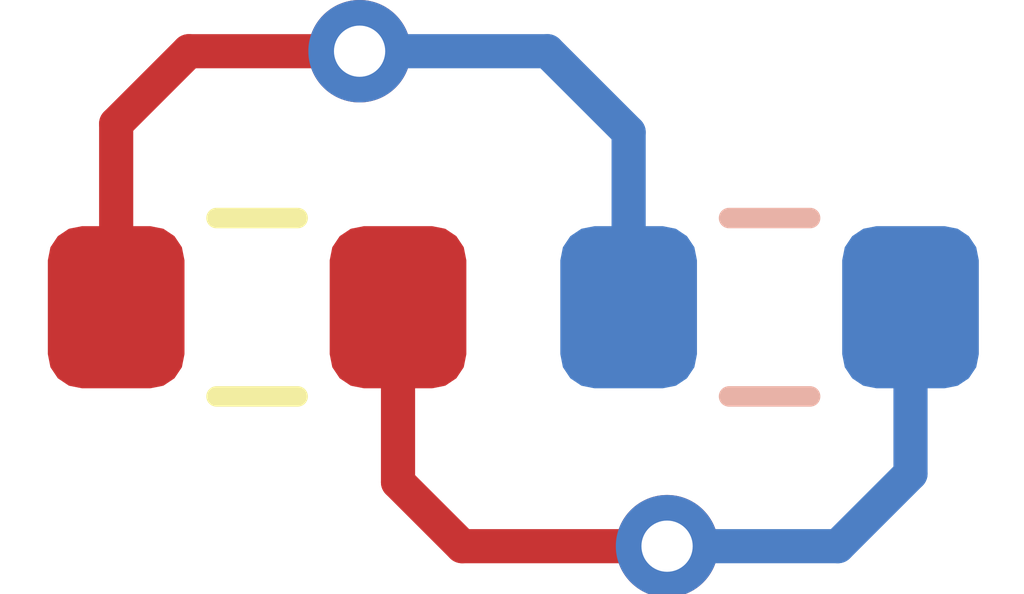
<source format=kicad_pcb>
(kicad_pcb (version 20241229) (generator "pcbnew") (generator_version "9.0")
  (layers (0 "F.Cu" signal) (2 "B.Cu" signal) (13 "F.Paste" user) (15 "B.Paste" user) (5 "F.SilkS" user "F.Silkscreen") (7 "B.SilkS" user "B.Silkscreen") (1 "F.Mask" user) (3 "B.Mask" user) (25 "Edge.Cuts" user))
  (net 0 "")
  (net 1 "P1")
  (net 2 "P2")
  (footprint "R_0603_1608Metric:R_0603_1608Metric" (layer "F.Cu") (at 147 104)
    (property "Reference" "R1" (hide yes))
    (property "Value" "1k" (hide yes))
    (fp_line (start -0.237258 -0.5225) (end 0.237258 -0.5225) (stroke (width 0.12)) (layer "F.SilkS"))
    (fp_line (start -0.237258 0.5225) (end 0.237258 0.5225) (stroke (width 0.12)) (layer "F.SilkS"))
    (pad "1" smd roundrect (at -0.825 0) (size 0.8 0.95) (layers "F.Cu" "F.Mask" "F.Paste") (net 1 "P1"))
    (pad "2" smd roundrect (at 0.825 0) (size 0.8 0.95) (layers "F.Cu" "F.Mask" "F.Paste") (net 2 "P2"))
  )
  (footprint "R_0603_1608Metric:R_0603_1608Metric" (layer "B.Cu") (at 150 104)
    (property "Reference" "R2" (hide yes))
    (property "Value" "1k" (hide yes))
    (fp_line (start -0.237258 -0.5225) (end 0.237258 -0.5225) (stroke (width 0.12)) (layer "B.SilkS"))
    (fp_line (start -0.237258 0.5225) (end 0.237258 0.5225) (stroke (width 0.12)) (layer "B.SilkS"))
    (pad "1" smd roundrect (at -0.825 0) (size 0.8 0.95) (layers "B.Cu" "B.Mask" "B.Paste") (net 1 "P1"))
    (pad "2" smd roundrect (at 0.825 0) (size 0.8 0.95) (layers "B.Cu" "B.Mask" "B.Paste") (net 2 "P2"))
  )
  (segment (start 146.6 102.5) (end 147.6 102.5) (width 0.2) (layer "F.Cu") (net 1))
  (segment (start 146.175 104) (end 146.175 102.925) (width 0.2) (layer "F.Cu") (net 1))
  (segment (start 146.175 102.925) (end 146.6 102.5) (width 0.2) (layer "F.Cu") (net 1))
  (via (at 147.6 102.5) (size 0.6) (drill 0.3) (layers "F.Cu" "B.Cu") (net 1))
  (segment (start 149.175 104) (end 149.175 102.975) (width 0.2) (layer "B.Cu") (net 1))
  (segment (start 148.7 102.5) (end 147.6 102.5) (width 0.2) (layer "B.Cu") (net 1))
  (segment (start 149.175 102.975) (end 148.7 102.5) (width 0.2) (layer "B.Cu") (net 1))
  (segment (start 147.825 104) (end 147.825 105.025) (width 0.2) (layer "F.Cu") (net 2))
  (segment (start 147.825 105.025) (end 148.2 105.4) (width 0.2) (layer "F.Cu") (net 2))
  (segment (start 148.2 105.4) (end 149.4 105.4) (width 0.2) (layer "F.Cu") (net 2))
  (via (at 149.4 105.4) (size 0.6) (drill 0.3) (layers "F.Cu" "B.Cu") (net 2))
  (segment (start 150.825 104.975) (end 150.4 105.4) (width 0.2) (layer "B.Cu") (net 2))
  (segment (start 150.825 104) (end 150.825 104.975) (width 0.2) (layer "B.Cu") (net 2))
  (segment (start 150.4 105.4) (end 149.4 105.4) (width 0.2) (layer "B.Cu") (net 2))
)
</source>
